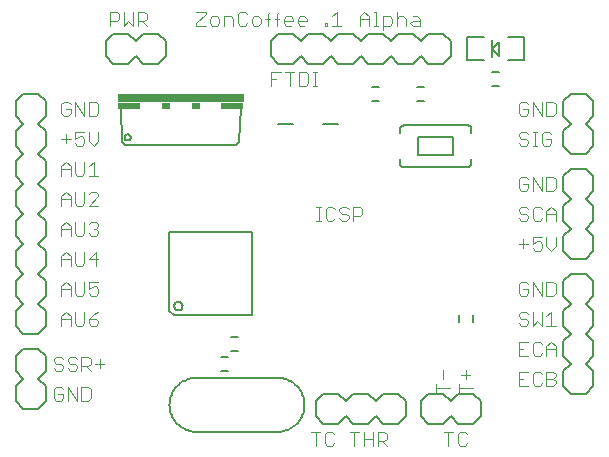
<source format=gto>
G75*
G70*
%OFA0B0*%
%FSLAX24Y24*%
%IPPOS*%
%LPD*%
%AMOC8*
5,1,8,0,0,1.08239X$1,22.5*
%
%ADD10C,0.0040*%
%ADD11C,0.0080*%
%ADD12C,0.0060*%
%ADD13C,0.0050*%
%ADD14R,0.4200X0.0300*%
%ADD15R,0.0750X0.0200*%
%ADD16R,0.0300X0.0200*%
D10*
X002408Y003494D02*
X002561Y003494D01*
X002638Y003571D01*
X002638Y003724D01*
X002485Y003724D01*
X002638Y003878D02*
X002561Y003954D01*
X002408Y003954D01*
X002331Y003878D01*
X002331Y003571D01*
X002408Y003494D01*
X002791Y003494D02*
X002791Y003954D01*
X003098Y003494D01*
X003098Y003954D01*
X003252Y003954D02*
X003482Y003954D01*
X003559Y003878D01*
X003559Y003571D01*
X003482Y003494D01*
X003252Y003494D01*
X003252Y003954D01*
X003252Y004494D02*
X003252Y004954D01*
X003482Y004954D01*
X003559Y004878D01*
X003559Y004724D01*
X003482Y004648D01*
X003252Y004648D01*
X003405Y004648D02*
X003559Y004494D01*
X003712Y004724D02*
X004019Y004724D01*
X003866Y004571D02*
X003866Y004878D01*
X003098Y004878D02*
X003022Y004954D01*
X002868Y004954D01*
X002791Y004878D01*
X002791Y004801D01*
X002868Y004724D01*
X003022Y004724D01*
X003098Y004648D01*
X003098Y004571D01*
X003022Y004494D01*
X002868Y004494D01*
X002791Y004571D01*
X002638Y004571D02*
X002561Y004494D01*
X002408Y004494D01*
X002331Y004571D01*
X002408Y004724D02*
X002561Y004724D01*
X002638Y004648D01*
X002638Y004571D01*
X002408Y004724D02*
X002331Y004801D01*
X002331Y004878D01*
X002408Y004954D01*
X002561Y004954D01*
X002638Y004878D01*
X002581Y005994D02*
X002581Y006301D01*
X002735Y006454D01*
X002888Y006301D01*
X002888Y005994D01*
X003041Y006071D02*
X003118Y005994D01*
X003272Y005994D01*
X003348Y006071D01*
X003348Y006454D01*
X003502Y006224D02*
X003655Y006378D01*
X003809Y006454D01*
X003732Y006224D02*
X003502Y006224D01*
X003502Y006071D01*
X003579Y005994D01*
X003732Y005994D01*
X003809Y006071D01*
X003809Y006148D01*
X003732Y006224D01*
X003041Y006071D02*
X003041Y006454D01*
X002888Y006224D02*
X002581Y006224D01*
X002581Y006994D02*
X002581Y007301D01*
X002735Y007454D01*
X002888Y007301D01*
X002888Y006994D01*
X003041Y007071D02*
X003118Y006994D01*
X003272Y006994D01*
X003348Y007071D01*
X003348Y007454D01*
X003502Y007454D02*
X003502Y007224D01*
X003655Y007301D01*
X003732Y007301D01*
X003809Y007224D01*
X003809Y007071D01*
X003732Y006994D01*
X003579Y006994D01*
X003502Y007071D01*
X003502Y007454D02*
X003809Y007454D01*
X003732Y007994D02*
X003732Y008454D01*
X003502Y008224D01*
X003809Y008224D01*
X003348Y008071D02*
X003348Y008454D01*
X003041Y008454D02*
X003041Y008071D01*
X003118Y007994D01*
X003272Y007994D01*
X003348Y008071D01*
X002888Y007994D02*
X002888Y008301D01*
X002735Y008454D01*
X002581Y008301D01*
X002581Y007994D01*
X002581Y008224D02*
X002888Y008224D01*
X002888Y008994D02*
X002888Y009301D01*
X002735Y009454D01*
X002581Y009301D01*
X002581Y008994D01*
X002581Y009224D02*
X002888Y009224D01*
X003041Y009071D02*
X003118Y008994D01*
X003272Y008994D01*
X003348Y009071D01*
X003348Y009454D01*
X003502Y009378D02*
X003579Y009454D01*
X003732Y009454D01*
X003809Y009378D01*
X003809Y009301D01*
X003732Y009224D01*
X003809Y009148D01*
X003809Y009071D01*
X003732Y008994D01*
X003579Y008994D01*
X003502Y009071D01*
X003655Y009224D02*
X003732Y009224D01*
X003041Y009071D02*
X003041Y009454D01*
X003118Y009994D02*
X003272Y009994D01*
X003348Y010071D01*
X003348Y010454D01*
X003502Y010378D02*
X003579Y010454D01*
X003732Y010454D01*
X003809Y010378D01*
X003809Y010301D01*
X003502Y009994D01*
X003809Y009994D01*
X003118Y009994D02*
X003041Y010071D01*
X003041Y010454D01*
X002888Y010301D02*
X002888Y009994D01*
X002888Y010224D02*
X002581Y010224D01*
X002581Y010301D02*
X002735Y010454D01*
X002888Y010301D01*
X002581Y010301D02*
X002581Y009994D01*
X002581Y010994D02*
X002581Y011301D01*
X002735Y011454D01*
X002888Y011301D01*
X002888Y010994D01*
X003041Y011071D02*
X003118Y010994D01*
X003272Y010994D01*
X003348Y011071D01*
X003348Y011454D01*
X003502Y011301D02*
X003655Y011454D01*
X003655Y010994D01*
X003502Y010994D02*
X003809Y010994D01*
X003041Y011071D02*
X003041Y011454D01*
X002888Y011224D02*
X002581Y011224D01*
X003118Y011994D02*
X003041Y012071D01*
X003118Y011994D02*
X003272Y011994D01*
X003348Y012071D01*
X003348Y012224D01*
X003272Y012301D01*
X003195Y012301D01*
X003041Y012224D01*
X003041Y012454D01*
X003348Y012454D01*
X003502Y012454D02*
X003502Y012148D01*
X003655Y011994D01*
X003809Y012148D01*
X003809Y012454D01*
X003732Y012994D02*
X003502Y012994D01*
X003502Y013454D01*
X003732Y013454D01*
X003809Y013378D01*
X003809Y013071D01*
X003732Y012994D01*
X003348Y012994D02*
X003348Y013454D01*
X003041Y013454D02*
X003348Y012994D01*
X003041Y012994D02*
X003041Y013454D01*
X002888Y013378D02*
X002811Y013454D01*
X002658Y013454D01*
X002581Y013378D01*
X002581Y013071D01*
X002658Y012994D01*
X002811Y012994D01*
X002888Y013071D01*
X002888Y013224D01*
X002735Y013224D01*
X002735Y012378D02*
X002735Y012071D01*
X002888Y012224D02*
X002581Y012224D01*
X004200Y015994D02*
X004200Y016454D01*
X004430Y016454D01*
X004507Y016378D01*
X004507Y016224D01*
X004430Y016148D01*
X004200Y016148D01*
X004660Y015994D02*
X004660Y016454D01*
X004967Y016454D02*
X004967Y015994D01*
X004814Y016148D01*
X004660Y015994D01*
X005121Y015994D02*
X005121Y016454D01*
X005351Y016454D01*
X005428Y016378D01*
X005428Y016224D01*
X005351Y016148D01*
X005121Y016148D01*
X005274Y016148D02*
X005428Y015994D01*
X007081Y015994D02*
X007388Y015994D01*
X007541Y016071D02*
X007541Y016224D01*
X007618Y016301D01*
X007772Y016301D01*
X007848Y016224D01*
X007848Y016071D01*
X007772Y015994D01*
X007618Y015994D01*
X007541Y016071D01*
X007388Y016378D02*
X007081Y016071D01*
X007081Y015994D01*
X007388Y016378D02*
X007388Y016454D01*
X007081Y016454D01*
X008002Y016301D02*
X008002Y015994D01*
X008309Y015994D02*
X008309Y016224D01*
X008232Y016301D01*
X008002Y016301D01*
X008462Y016378D02*
X008462Y016071D01*
X008539Y015994D01*
X008692Y015994D01*
X008769Y016071D01*
X008923Y016071D02*
X008999Y015994D01*
X009153Y015994D01*
X009229Y016071D01*
X009229Y016224D01*
X009153Y016301D01*
X008999Y016301D01*
X008923Y016224D01*
X008923Y016071D01*
X008769Y016378D02*
X008692Y016454D01*
X008539Y016454D01*
X008462Y016378D01*
X009383Y016224D02*
X009536Y016224D01*
X009690Y016224D02*
X009843Y016224D01*
X009997Y016224D02*
X010073Y016301D01*
X010227Y016301D01*
X010304Y016224D01*
X010304Y016148D01*
X009997Y016148D01*
X009997Y016224D02*
X009997Y016071D01*
X010073Y015994D01*
X010227Y015994D01*
X010457Y016071D02*
X010457Y016224D01*
X010534Y016301D01*
X010687Y016301D01*
X010764Y016224D01*
X010764Y016148D01*
X010457Y016148D01*
X010457Y016071D02*
X010534Y015994D01*
X010687Y015994D01*
X011378Y015994D02*
X011454Y015994D01*
X011454Y016071D01*
X011378Y016071D01*
X011378Y015994D01*
X011608Y015994D02*
X011915Y015994D01*
X011761Y015994D02*
X011761Y016454D01*
X011608Y016301D01*
X012529Y016301D02*
X012529Y015994D01*
X012529Y016224D02*
X012835Y016224D01*
X012835Y016301D02*
X012835Y015994D01*
X012989Y015994D02*
X013142Y015994D01*
X013066Y015994D02*
X013066Y016454D01*
X012989Y016454D01*
X012835Y016301D02*
X012682Y016454D01*
X012529Y016301D01*
X013296Y016301D02*
X013296Y015841D01*
X013296Y015994D02*
X013526Y015994D01*
X013603Y016071D01*
X013603Y016224D01*
X013526Y016301D01*
X013296Y016301D01*
X013756Y016224D02*
X013833Y016301D01*
X013986Y016301D01*
X014063Y016224D01*
X014063Y015994D01*
X014217Y016071D02*
X014293Y016148D01*
X014523Y016148D01*
X014523Y016224D02*
X014523Y015994D01*
X014293Y015994D01*
X014217Y016071D01*
X014447Y016301D02*
X014523Y016224D01*
X014447Y016301D02*
X014293Y016301D01*
X013756Y016454D02*
X013756Y015994D01*
X011116Y014454D02*
X010962Y014454D01*
X011039Y014454D02*
X011039Y013994D01*
X010962Y013994D02*
X011116Y013994D01*
X010809Y014071D02*
X010809Y014378D01*
X010732Y014454D01*
X010502Y014454D01*
X010502Y013994D01*
X010732Y013994D01*
X010809Y014071D01*
X010348Y014454D02*
X010041Y014454D01*
X009888Y014454D02*
X009581Y014454D01*
X009581Y013994D01*
X009581Y014224D02*
X009735Y014224D01*
X010195Y013994D02*
X010195Y014454D01*
X009766Y015994D02*
X009766Y016378D01*
X009843Y016454D01*
X009536Y016454D02*
X009460Y016378D01*
X009460Y015994D01*
X011081Y009954D02*
X011235Y009954D01*
X011158Y009954D02*
X011158Y009494D01*
X011081Y009494D02*
X011235Y009494D01*
X011388Y009571D02*
X011465Y009494D01*
X011618Y009494D01*
X011695Y009571D01*
X011848Y009571D02*
X011925Y009494D01*
X012079Y009494D01*
X012155Y009571D01*
X012155Y009648D01*
X012079Y009724D01*
X011925Y009724D01*
X011848Y009801D01*
X011848Y009878D01*
X011925Y009954D01*
X012079Y009954D01*
X012155Y009878D01*
X012309Y009954D02*
X012539Y009954D01*
X012616Y009878D01*
X012616Y009724D01*
X012539Y009648D01*
X012309Y009648D01*
X012309Y009494D02*
X012309Y009954D01*
X011695Y009878D02*
X011618Y009954D01*
X011465Y009954D01*
X011388Y009878D01*
X011388Y009571D01*
X017831Y009571D02*
X017908Y009494D01*
X018061Y009494D01*
X018138Y009571D01*
X018138Y009648D01*
X018061Y009724D01*
X017908Y009724D01*
X017831Y009801D01*
X017831Y009878D01*
X017908Y009954D01*
X018061Y009954D01*
X018138Y009878D01*
X018291Y009878D02*
X018291Y009571D01*
X018368Y009494D01*
X018522Y009494D01*
X018598Y009571D01*
X018752Y009494D02*
X018752Y009801D01*
X018905Y009954D01*
X019059Y009801D01*
X019059Y009494D01*
X019059Y009724D02*
X018752Y009724D01*
X018598Y009878D02*
X018522Y009954D01*
X018368Y009954D01*
X018291Y009878D01*
X018291Y010494D02*
X018291Y010954D01*
X018598Y010494D01*
X018598Y010954D01*
X018752Y010954D02*
X018982Y010954D01*
X019059Y010878D01*
X019059Y010571D01*
X018982Y010494D01*
X018752Y010494D01*
X018752Y010954D01*
X018138Y010878D02*
X018061Y010954D01*
X017908Y010954D01*
X017831Y010878D01*
X017831Y010571D01*
X017908Y010494D01*
X018061Y010494D01*
X018138Y010571D01*
X018138Y010724D01*
X017985Y010724D01*
X018061Y011994D02*
X017908Y011994D01*
X017831Y012071D01*
X017908Y012224D02*
X017831Y012301D01*
X017831Y012378D01*
X017908Y012454D01*
X018061Y012454D01*
X018138Y012378D01*
X018291Y012454D02*
X018445Y012454D01*
X018368Y012454D02*
X018368Y011994D01*
X018291Y011994D02*
X018445Y011994D01*
X018598Y012071D02*
X018675Y011994D01*
X018829Y011994D01*
X018905Y012071D01*
X018905Y012224D01*
X018752Y012224D01*
X018598Y012378D02*
X018598Y012071D01*
X018598Y012378D02*
X018675Y012454D01*
X018829Y012454D01*
X018905Y012378D01*
X018982Y012994D02*
X018752Y012994D01*
X018752Y013454D01*
X018982Y013454D01*
X019059Y013378D01*
X019059Y013071D01*
X018982Y012994D01*
X018598Y012994D02*
X018598Y013454D01*
X018291Y013454D02*
X018598Y012994D01*
X018291Y012994D02*
X018291Y013454D01*
X018138Y013378D02*
X018061Y013454D01*
X017908Y013454D01*
X017831Y013378D01*
X017831Y013071D01*
X017908Y012994D01*
X018061Y012994D01*
X018138Y013071D01*
X018138Y013224D01*
X017985Y013224D01*
X018061Y012224D02*
X018138Y012148D01*
X018138Y012071D01*
X018061Y011994D01*
X018061Y012224D02*
X017908Y012224D01*
X018291Y008954D02*
X018291Y008724D01*
X018445Y008801D01*
X018522Y008801D01*
X018598Y008724D01*
X018598Y008571D01*
X018522Y008494D01*
X018368Y008494D01*
X018291Y008571D01*
X018138Y008724D02*
X017831Y008724D01*
X017985Y008878D02*
X017985Y008571D01*
X018291Y008954D02*
X018598Y008954D01*
X018752Y008954D02*
X018752Y008648D01*
X018905Y008494D01*
X019059Y008648D01*
X019059Y008954D01*
X018982Y007454D02*
X018752Y007454D01*
X018752Y006994D01*
X018982Y006994D01*
X019059Y007071D01*
X019059Y007378D01*
X018982Y007454D01*
X018598Y007454D02*
X018598Y006994D01*
X018291Y007454D01*
X018291Y006994D01*
X018138Y007071D02*
X018138Y007224D01*
X017985Y007224D01*
X018138Y007071D02*
X018061Y006994D01*
X017908Y006994D01*
X017831Y007071D01*
X017831Y007378D01*
X017908Y007454D01*
X018061Y007454D01*
X018138Y007378D01*
X018061Y006454D02*
X017908Y006454D01*
X017831Y006378D01*
X017831Y006301D01*
X017908Y006224D01*
X018061Y006224D01*
X018138Y006148D01*
X018138Y006071D01*
X018061Y005994D01*
X017908Y005994D01*
X017831Y006071D01*
X018138Y006378D02*
X018061Y006454D01*
X018291Y006454D02*
X018291Y005994D01*
X018445Y006148D01*
X018598Y005994D01*
X018598Y006454D01*
X018752Y006301D02*
X018905Y006454D01*
X018905Y005994D01*
X018752Y005994D02*
X019059Y005994D01*
X018905Y005454D02*
X019059Y005301D01*
X019059Y004994D01*
X019059Y005224D02*
X018752Y005224D01*
X018752Y005301D02*
X018752Y004994D01*
X018598Y005071D02*
X018522Y004994D01*
X018368Y004994D01*
X018291Y005071D01*
X018291Y005378D01*
X018368Y005454D01*
X018522Y005454D01*
X018598Y005378D01*
X018752Y005301D02*
X018905Y005454D01*
X018138Y005454D02*
X017831Y005454D01*
X017831Y004994D01*
X018138Y004994D01*
X017985Y005224D02*
X017831Y005224D01*
X017831Y004454D02*
X017831Y003994D01*
X018138Y003994D01*
X018291Y004071D02*
X018368Y003994D01*
X018522Y003994D01*
X018598Y004071D01*
X018752Y003994D02*
X018982Y003994D01*
X019059Y004071D01*
X019059Y004148D01*
X018982Y004224D01*
X018752Y004224D01*
X018598Y004378D02*
X018522Y004454D01*
X018368Y004454D01*
X018291Y004378D01*
X018291Y004071D01*
X017985Y004224D02*
X017831Y004224D01*
X017831Y004454D02*
X018138Y004454D01*
X018752Y004454D02*
X018752Y003994D01*
X018982Y004224D02*
X019059Y004301D01*
X019059Y004378D01*
X018982Y004454D01*
X018752Y004454D01*
X016291Y003898D02*
X015831Y003898D01*
X015831Y004051D02*
X015831Y003744D01*
X015541Y003898D02*
X015081Y003898D01*
X015081Y004051D02*
X015081Y003744D01*
X015311Y004204D02*
X015311Y004511D01*
X015907Y004358D02*
X016214Y004358D01*
X016061Y004511D02*
X016061Y004204D01*
X016022Y002454D02*
X015868Y002454D01*
X015791Y002378D01*
X015791Y002071D01*
X015868Y001994D01*
X016022Y001994D01*
X016098Y002071D01*
X016098Y002378D02*
X016022Y002454D01*
X015638Y002454D02*
X015331Y002454D01*
X015485Y002454D02*
X015485Y001994D01*
X013428Y001994D02*
X013274Y002148D01*
X013351Y002148D02*
X013121Y002148D01*
X013121Y001994D02*
X013121Y002454D01*
X013351Y002454D01*
X013428Y002378D01*
X013428Y002224D01*
X013351Y002148D01*
X012967Y002224D02*
X012660Y002224D01*
X012660Y001994D02*
X012660Y002454D01*
X012507Y002454D02*
X012200Y002454D01*
X012353Y002454D02*
X012353Y001994D01*
X012967Y001994D02*
X012967Y002454D01*
X011678Y002378D02*
X011601Y002454D01*
X011447Y002454D01*
X011371Y002378D01*
X011371Y002071D01*
X011447Y001994D01*
X011601Y001994D01*
X011678Y002071D01*
X011217Y002454D02*
X010910Y002454D01*
X011064Y002454D02*
X011064Y001994D01*
X003041Y007071D02*
X003041Y007454D01*
X002888Y007224D02*
X002581Y007224D01*
D11*
X001811Y003224D02*
X001311Y003224D01*
X001061Y003474D01*
X001061Y003974D01*
X001311Y004224D01*
X001061Y004474D01*
X001061Y004974D01*
X001311Y005224D01*
X001811Y005224D01*
X002061Y004974D01*
X002061Y004474D01*
X001811Y004224D01*
X002061Y003974D01*
X002061Y003474D01*
X001811Y003224D01*
X001811Y005724D02*
X001311Y005724D01*
X001061Y005974D01*
X001061Y006474D01*
X001311Y006724D01*
X001061Y006974D01*
X001061Y007474D01*
X001311Y007724D01*
X001061Y007974D01*
X001061Y008474D01*
X001311Y008724D01*
X001061Y008974D01*
X001061Y009474D01*
X001311Y009724D01*
X001061Y009974D01*
X001061Y010474D01*
X001311Y010724D01*
X001061Y010974D01*
X001061Y011474D01*
X001311Y011724D01*
X001061Y011974D01*
X001061Y012474D01*
X001311Y012724D01*
X001061Y012974D01*
X001061Y013474D01*
X001311Y013724D01*
X001811Y013724D01*
X002061Y013474D01*
X002061Y012974D01*
X001811Y012724D01*
X002061Y012474D01*
X002061Y011974D01*
X001811Y011724D01*
X002061Y011474D01*
X002061Y010974D01*
X001811Y010724D01*
X002061Y010474D01*
X002061Y009974D01*
X001811Y009724D01*
X002061Y009474D01*
X002061Y008974D01*
X001811Y008724D01*
X002061Y008474D01*
X002061Y007974D01*
X001811Y007724D01*
X002061Y007474D01*
X002061Y006974D01*
X001811Y006724D01*
X002061Y006474D01*
X002061Y005974D01*
X001811Y005724D01*
X007086Y004249D02*
X009786Y004249D01*
X009845Y004247D01*
X009903Y004241D01*
X009962Y004232D01*
X010019Y004218D01*
X010075Y004201D01*
X010130Y004180D01*
X010184Y004156D01*
X010236Y004128D01*
X010286Y004097D01*
X010334Y004063D01*
X010379Y004026D01*
X010422Y003985D01*
X010463Y003942D01*
X010500Y003897D01*
X010534Y003849D01*
X010565Y003799D01*
X010593Y003747D01*
X010617Y003693D01*
X010638Y003638D01*
X010655Y003582D01*
X010669Y003525D01*
X010678Y003466D01*
X010684Y003408D01*
X010686Y003349D01*
X010684Y003290D01*
X010678Y003232D01*
X010669Y003173D01*
X010655Y003116D01*
X010638Y003060D01*
X010617Y003005D01*
X010593Y002951D01*
X010565Y002899D01*
X010534Y002849D01*
X010500Y002801D01*
X010463Y002756D01*
X010422Y002713D01*
X010379Y002672D01*
X010334Y002635D01*
X010286Y002601D01*
X010236Y002570D01*
X010184Y002542D01*
X010130Y002518D01*
X010075Y002497D01*
X010019Y002480D01*
X009962Y002466D01*
X009903Y002457D01*
X009845Y002451D01*
X009786Y002449D01*
X007086Y002449D01*
X007027Y002451D01*
X006969Y002457D01*
X006910Y002466D01*
X006853Y002480D01*
X006797Y002497D01*
X006742Y002518D01*
X006688Y002542D01*
X006636Y002570D01*
X006586Y002601D01*
X006538Y002635D01*
X006493Y002672D01*
X006450Y002713D01*
X006409Y002756D01*
X006372Y002801D01*
X006338Y002849D01*
X006307Y002899D01*
X006279Y002951D01*
X006255Y003005D01*
X006234Y003060D01*
X006217Y003116D01*
X006203Y003173D01*
X006194Y003232D01*
X006188Y003290D01*
X006186Y003349D01*
X006188Y003408D01*
X006194Y003466D01*
X006203Y003525D01*
X006217Y003582D01*
X006234Y003638D01*
X006255Y003693D01*
X006279Y003747D01*
X006307Y003799D01*
X006338Y003849D01*
X006372Y003897D01*
X006409Y003942D01*
X006450Y003985D01*
X006493Y004026D01*
X006538Y004063D01*
X006586Y004097D01*
X006636Y004128D01*
X006688Y004156D01*
X006742Y004180D01*
X006797Y004201D01*
X006853Y004218D01*
X006910Y004232D01*
X006969Y004241D01*
X007027Y004247D01*
X007086Y004249D01*
X011061Y003474D02*
X011061Y002974D01*
X011311Y002724D01*
X011811Y002724D01*
X012061Y002974D01*
X012311Y002724D01*
X012811Y002724D01*
X013061Y002974D01*
X013311Y002724D01*
X013811Y002724D01*
X014061Y002974D01*
X014061Y003474D01*
X013811Y003724D01*
X013311Y003724D01*
X013061Y003474D01*
X012811Y003724D01*
X012311Y003724D01*
X012061Y003474D01*
X011811Y003724D01*
X011311Y003724D01*
X011061Y003474D01*
X014561Y003474D02*
X014561Y002974D01*
X014811Y002724D01*
X015311Y002724D01*
X015561Y002974D01*
X015811Y002724D01*
X016311Y002724D01*
X016561Y002974D01*
X016561Y003474D01*
X016311Y003724D01*
X015811Y003724D01*
X015561Y003474D01*
X015311Y003724D01*
X014811Y003724D01*
X014561Y003474D01*
X019311Y003974D02*
X019311Y004474D01*
X019561Y004724D01*
X019311Y004974D01*
X019311Y005474D01*
X019561Y005724D01*
X019311Y005974D01*
X019311Y006474D01*
X019561Y006724D01*
X019311Y006974D01*
X019311Y007474D01*
X019561Y007724D01*
X020061Y007724D01*
X020311Y007474D01*
X020311Y006974D01*
X020061Y006724D01*
X020311Y006474D01*
X020311Y005974D01*
X020061Y005724D01*
X020311Y005474D01*
X020311Y004974D01*
X020061Y004724D01*
X020311Y004474D01*
X020311Y003974D01*
X020061Y003724D01*
X019561Y003724D01*
X019311Y003974D01*
X019561Y008224D02*
X020061Y008224D01*
X020311Y008474D01*
X020311Y008974D01*
X020061Y009224D01*
X020311Y009474D01*
X020311Y009974D01*
X020061Y010224D01*
X020311Y010474D01*
X020311Y010974D01*
X020061Y011224D01*
X019561Y011224D01*
X019311Y010974D01*
X019311Y010474D01*
X019561Y010224D01*
X019311Y009974D01*
X019311Y009474D01*
X019561Y009224D01*
X019311Y008974D01*
X019311Y008474D01*
X019561Y008224D01*
X019561Y011724D02*
X020061Y011724D01*
X020311Y011974D01*
X020311Y012474D01*
X020061Y012724D01*
X020311Y012974D01*
X020311Y013474D01*
X020061Y013724D01*
X019561Y013724D01*
X019311Y013474D01*
X019311Y012974D01*
X019561Y012724D01*
X019311Y012474D01*
X019311Y011974D01*
X019561Y011724D01*
X018006Y014830D02*
X017455Y014830D01*
X017179Y014988D02*
X017179Y015460D01*
X016943Y015224D01*
X017179Y014988D01*
X016943Y014949D02*
X016943Y015224D01*
X016943Y015500D01*
X016667Y015618D02*
X016116Y015618D01*
X016116Y014830D01*
X016667Y014830D01*
X017455Y015618D02*
X018006Y015618D01*
X018006Y014830D01*
X015561Y014974D02*
X015311Y014724D01*
X014811Y014724D01*
X014561Y014974D01*
X014311Y014724D01*
X013811Y014724D01*
X013561Y014974D01*
X013311Y014724D01*
X012811Y014724D01*
X012561Y014974D01*
X012311Y014724D01*
X011811Y014724D01*
X011561Y014974D01*
X011311Y014724D01*
X010811Y014724D01*
X010561Y014974D01*
X010311Y014724D01*
X009811Y014724D01*
X009561Y014974D01*
X009561Y015474D01*
X009811Y015724D01*
X010311Y015724D01*
X010561Y015474D01*
X010811Y015724D01*
X011311Y015724D01*
X011561Y015474D01*
X011811Y015724D01*
X012311Y015724D01*
X012561Y015474D01*
X012811Y015724D01*
X013311Y015724D01*
X013561Y015474D01*
X013811Y015724D01*
X014311Y015724D01*
X014561Y015474D01*
X014811Y015724D01*
X015311Y015724D01*
X015561Y015474D01*
X015561Y014974D01*
X011811Y012724D02*
X011311Y012724D01*
X010311Y012724D02*
X009811Y012724D01*
X006061Y014974D02*
X006061Y015474D01*
X005811Y015724D01*
X005311Y015724D01*
X005061Y015474D01*
X004811Y015724D01*
X004311Y015724D01*
X004061Y015474D01*
X004061Y014974D01*
X004311Y014724D01*
X004811Y014724D01*
X005061Y014974D01*
X005311Y014724D01*
X005811Y014724D01*
X006061Y014974D01*
D12*
X012943Y013960D02*
X013179Y013960D01*
X013179Y013488D02*
X012943Y013488D01*
X014443Y013488D02*
X014679Y013488D01*
X014679Y013960D02*
X014443Y013960D01*
X016943Y013988D02*
X017179Y013988D01*
X017179Y014460D02*
X016943Y014460D01*
X008941Y009104D02*
X008941Y006344D01*
X006321Y006344D01*
X006181Y006484D01*
X006181Y009104D01*
X008941Y009104D01*
X006340Y006644D02*
X006342Y006667D01*
X006348Y006690D01*
X006357Y006711D01*
X006370Y006731D01*
X006386Y006748D01*
X006404Y006762D01*
X006424Y006773D01*
X006446Y006781D01*
X006469Y006785D01*
X006493Y006785D01*
X006516Y006781D01*
X006538Y006773D01*
X006558Y006762D01*
X006576Y006748D01*
X006592Y006731D01*
X006605Y006711D01*
X006614Y006690D01*
X006620Y006667D01*
X006622Y006644D01*
X006620Y006621D01*
X006614Y006598D01*
X006605Y006577D01*
X006592Y006557D01*
X006576Y006540D01*
X006558Y006526D01*
X006538Y006515D01*
X006516Y006507D01*
X006493Y006503D01*
X006469Y006503D01*
X006446Y006507D01*
X006424Y006515D01*
X006404Y006526D01*
X006386Y006540D01*
X006370Y006557D01*
X006357Y006577D01*
X006348Y006598D01*
X006342Y006621D01*
X006340Y006644D01*
X008243Y005610D02*
X008479Y005610D01*
X008479Y005138D02*
X008243Y005138D01*
X008129Y004935D02*
X007893Y004935D01*
X007893Y004463D02*
X008129Y004463D01*
X015825Y006106D02*
X015825Y006342D01*
X016297Y006342D02*
X016297Y006106D01*
D13*
X016144Y011285D02*
X013978Y011285D01*
X013978Y011286D02*
X013961Y011287D01*
X013944Y011292D01*
X013929Y011299D01*
X013915Y011309D01*
X013903Y011321D01*
X013893Y011335D01*
X013886Y011350D01*
X013881Y011367D01*
X013880Y011384D01*
X013880Y011541D01*
X014471Y011679D02*
X014471Y012269D01*
X015652Y012269D01*
X015652Y011679D01*
X014471Y011679D01*
X013880Y012407D02*
X013880Y012565D01*
X013885Y012585D01*
X013894Y012604D01*
X013905Y012621D01*
X013920Y012636D01*
X013937Y012648D01*
X013956Y012657D01*
X013976Y012663D01*
X013997Y012665D01*
X014018Y012663D01*
X016144Y012663D01*
X016161Y012662D01*
X016178Y012657D01*
X016193Y012650D01*
X016207Y012640D01*
X016219Y012628D01*
X016229Y012614D01*
X016236Y012599D01*
X016241Y012582D01*
X016242Y012565D01*
X016242Y012407D01*
X016242Y011541D02*
X016242Y011384D01*
X016241Y011367D01*
X016236Y011350D01*
X016229Y011335D01*
X016219Y011321D01*
X016207Y011309D01*
X016193Y011299D01*
X016178Y011292D01*
X016161Y011287D01*
X016144Y011286D01*
X008511Y012124D02*
X008411Y012024D01*
X004711Y012024D01*
X004611Y012124D01*
X004561Y013274D01*
X004691Y012264D02*
X004693Y012284D01*
X004699Y012302D01*
X004708Y012320D01*
X004720Y012335D01*
X004735Y012347D01*
X004753Y012356D01*
X004771Y012362D01*
X004791Y012364D01*
X004811Y012362D01*
X004829Y012356D01*
X004847Y012347D01*
X004862Y012335D01*
X004874Y012320D01*
X004883Y012302D01*
X004889Y012284D01*
X004891Y012264D01*
X004889Y012244D01*
X004883Y012226D01*
X004874Y012208D01*
X004862Y012193D01*
X004847Y012181D01*
X004829Y012172D01*
X004811Y012166D01*
X004791Y012164D01*
X004771Y012166D01*
X004753Y012172D01*
X004735Y012181D01*
X004720Y012193D01*
X004708Y012208D01*
X004699Y012226D01*
X004693Y012244D01*
X004691Y012264D01*
X008511Y012124D02*
X008561Y013274D01*
D14*
X006561Y013574D03*
D15*
X004836Y013324D03*
X008286Y013324D03*
D16*
X007061Y013324D03*
X006061Y013324D03*
M02*

</source>
